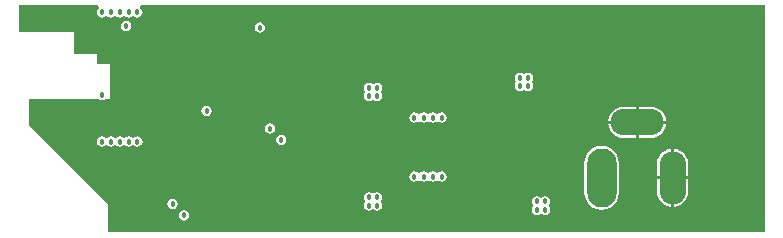
<source format=gbr>
%TF.GenerationSoftware,Altium Limited,Altium Designer,18.1.11 (251)*%
G04 Layer_Physical_Order=4*
G04 Layer_Color=16711680*
%FSLAX26Y26*%
%MOIN*%
%TF.FileFunction,Copper,L4,Bot,Signal*%
%TF.Part,Single*%
G01*
G75*
%TA.AperFunction,ComponentPad*%
%ADD42O,0.177165X0.088583*%
%ADD43O,0.088583X0.177165*%
%ADD44O,0.098425X0.196850*%
%TA.AperFunction,ViaPad*%
%ADD45C,0.018000*%
G36*
X2740612Y15293D02*
X549742D01*
Y106299D01*
X548578Y112152D01*
X545263Y117114D01*
X289370Y373006D01*
X289370Y460630D01*
X521817Y460630D01*
X526162Y457727D01*
X532795Y456407D01*
X539428Y457727D01*
X543773Y460630D01*
X557559D01*
X557559Y575787D01*
X513779Y575787D01*
Y610264D01*
X438976D01*
X438976Y683071D01*
X253482D01*
Y772108D01*
X518931D01*
X521964Y762108D01*
X519240Y760288D01*
X515482Y754665D01*
X514163Y748032D01*
X515482Y741398D01*
X519240Y735775D01*
X524863Y732018D01*
X531496Y730698D01*
X538129Y732018D01*
X538905Y732536D01*
X546260Y734952D01*
X553615Y732536D01*
X554391Y732018D01*
X561024Y730698D01*
X567657Y732018D01*
X568432Y732536D01*
X575788Y734952D01*
X583143Y732536D01*
X583918Y732018D01*
X590551Y730698D01*
X597184Y732018D01*
X597960Y732536D01*
X605315Y734952D01*
X612670Y732536D01*
X613446Y732018D01*
X620079Y730698D01*
X626712Y732018D01*
X627487Y732536D01*
X634843Y734952D01*
X642198Y732536D01*
X642973Y732018D01*
X649606Y730698D01*
X656240Y732018D01*
X661863Y735775D01*
X665620Y741398D01*
X666939Y748032D01*
X665620Y754665D01*
X661863Y760288D01*
X659139Y762108D01*
X662172Y772108D01*
X2740612Y772108D01*
Y15293D01*
D02*
G37*
%LPC*%
G36*
X612205Y720089D02*
X605572Y718770D01*
X599948Y715012D01*
X596191Y709389D01*
X594872Y702756D01*
X596191Y696123D01*
X599948Y690500D01*
X605572Y686742D01*
X612205Y685423D01*
X618838Y686742D01*
X624461Y690500D01*
X628218Y696123D01*
X629538Y702756D01*
X628218Y709389D01*
X624461Y715012D01*
X618838Y718770D01*
X612205Y720089D01*
D02*
G37*
G36*
X1057087Y715168D02*
X1050454Y713848D01*
X1044830Y710091D01*
X1041073Y704468D01*
X1039754Y697835D01*
X1041073Y691202D01*
X1044830Y685578D01*
X1050454Y681821D01*
X1057087Y680502D01*
X1063720Y681821D01*
X1069343Y685578D01*
X1073100Y691202D01*
X1074420Y697835D01*
X1073100Y704468D01*
X1069343Y710091D01*
X1063720Y713848D01*
X1057087Y715168D01*
D02*
G37*
G36*
X1951772Y547845D02*
X1945139Y546525D01*
X1939515Y542768D01*
X1937453D01*
X1931830Y546525D01*
X1925197Y547845D01*
X1918564Y546525D01*
X1912941Y542768D01*
X1909183Y537145D01*
X1907864Y530512D01*
X1909183Y523879D01*
X1912941Y518256D01*
X1908199Y509586D01*
X1906880Y502953D01*
X1908199Y496320D01*
X1911956Y490696D01*
X1917580Y486939D01*
X1924213Y485620D01*
X1930846Y486939D01*
X1936469Y490696D01*
X1939515D01*
X1945139Y486939D01*
X1951772Y485620D01*
X1958405Y486939D01*
X1964028Y490696D01*
X1967785Y496320D01*
X1969105Y502953D01*
X1967785Y509586D01*
X1964028Y515209D01*
Y518256D01*
X1967785Y523879D01*
X1969105Y530512D01*
X1967785Y537145D01*
X1964028Y542768D01*
X1958405Y546525D01*
X1951772Y547845D01*
D02*
G37*
G36*
X1448819Y514380D02*
X1442186Y513061D01*
X1436563Y509304D01*
X1433516D01*
X1427893Y513061D01*
X1421260Y514380D01*
X1414627Y513061D01*
X1409004Y509304D01*
X1405246Y503680D01*
X1403927Y497047D01*
X1405246Y490414D01*
X1409004Y484791D01*
X1409009Y484788D01*
Y481744D01*
X1405251Y476121D01*
X1403932Y469488D01*
X1405251Y462855D01*
X1409009Y457232D01*
X1414632Y453475D01*
X1421265Y452155D01*
X1427898Y453475D01*
X1433521Y457232D01*
X1436563D01*
X1442186Y453475D01*
X1448819Y452155D01*
X1455452Y453475D01*
X1461075Y457232D01*
X1464832Y462855D01*
X1466152Y469488D01*
X1464832Y476121D01*
X1461075Y481744D01*
Y484791D01*
X1464833Y490414D01*
X1466152Y497047D01*
X1464833Y503680D01*
X1461075Y509304D01*
X1455452Y513061D01*
X1448819Y514380D01*
D02*
G37*
G36*
X1663386Y414971D02*
X1656753Y413651D01*
X1655524Y412830D01*
X1648294Y410721D01*
X1641064Y412830D01*
X1639835Y413651D01*
X1633202Y414971D01*
X1626569Y413651D01*
X1625340Y412830D01*
X1618110Y410721D01*
X1610880Y412830D01*
X1609651Y413651D01*
X1603018Y414971D01*
X1596385Y413651D01*
X1595156Y412830D01*
X1587926Y410721D01*
X1580697Y412830D01*
X1579468Y413651D01*
X1572835Y414971D01*
X1566201Y413651D01*
X1560578Y409894D01*
X1556821Y404271D01*
X1555502Y397638D01*
X1556821Y391005D01*
X1560578Y385382D01*
X1566201Y381624D01*
X1572835Y380305D01*
X1579468Y381624D01*
X1580697Y382445D01*
X1587927Y384554D01*
X1595156Y382445D01*
X1596385Y381624D01*
X1603018Y380305D01*
X1609651Y381624D01*
X1610880Y382445D01*
X1618110Y384554D01*
X1625340Y382445D01*
X1626569Y381624D01*
X1633202Y380305D01*
X1639835Y381624D01*
X1641064Y382445D01*
X1648294Y384554D01*
X1655524Y382445D01*
X1656753Y381624D01*
X1663386Y380305D01*
X1670019Y381624D01*
X1675642Y385382D01*
X1679399Y391005D01*
X1680719Y397638D01*
X1679399Y404271D01*
X1675642Y409894D01*
X1670019Y413651D01*
X1663386Y414971D01*
D02*
G37*
G36*
X879921Y436625D02*
X873288Y435305D01*
X867665Y431548D01*
X863908Y425925D01*
X862588Y419291D01*
X863908Y412658D01*
X867665Y407035D01*
X873288Y403278D01*
X879921Y401959D01*
X886554Y403278D01*
X892178Y407035D01*
X895935Y412658D01*
X897254Y419291D01*
X895935Y425925D01*
X892178Y431548D01*
X886554Y435305D01*
X879921Y436625D01*
D02*
G37*
G36*
X2359252Y434632D02*
X2319960D01*
Y386890D01*
X2411336D01*
X2410197Y395541D01*
X2404928Y408261D01*
X2396547Y419185D01*
X2385623Y427566D01*
X2372903Y432835D01*
X2359252Y434632D01*
D02*
G37*
G36*
X2309960D02*
X2270669D01*
X2257018Y432835D01*
X2244298Y427566D01*
X2233375Y419185D01*
X2224993Y408261D01*
X2219724Y395541D01*
X2218585Y386890D01*
X2309960D01*
Y434632D01*
D02*
G37*
G36*
X1091535Y378554D02*
X1084902Y377234D01*
X1079279Y373477D01*
X1075522Y367854D01*
X1074203Y361221D01*
X1075522Y354587D01*
X1079279Y348964D01*
X1084902Y345207D01*
X1091535Y343888D01*
X1098169Y345207D01*
X1103792Y348964D01*
X1107549Y354587D01*
X1108869Y361221D01*
X1107549Y367854D01*
X1103792Y373477D01*
X1098169Y377234D01*
X1091535Y378554D01*
D02*
G37*
G36*
X649606Y335247D02*
X642973Y333927D01*
X642198Y333409D01*
X634843Y330993D01*
X627487Y333409D01*
X626712Y333927D01*
X620079Y335247D01*
X613446Y333927D01*
X612670Y333409D01*
X605315Y330993D01*
X597960Y333409D01*
X597184Y333927D01*
X590551Y335247D01*
X583918Y333927D01*
X583143Y333409D01*
X575788Y330993D01*
X568432Y333409D01*
X567657Y333927D01*
X561024Y335247D01*
X554391Y333927D01*
X553615Y333409D01*
X546260Y330993D01*
X538905Y333409D01*
X538129Y333927D01*
X531496Y335247D01*
X524863Y333927D01*
X519240Y330170D01*
X515482Y324547D01*
X514163Y317913D01*
X515482Y311280D01*
X519240Y305657D01*
X524863Y301900D01*
X531496Y300580D01*
X538129Y301900D01*
X538905Y302418D01*
X546260Y304834D01*
X553615Y302418D01*
X554391Y301900D01*
X561024Y300580D01*
X567657Y301900D01*
X568432Y302418D01*
X575788Y304834D01*
X583143Y302418D01*
X583918Y301900D01*
X590551Y300580D01*
X597184Y301900D01*
X597960Y302418D01*
X605315Y304834D01*
X612670Y302418D01*
X613446Y301900D01*
X620079Y300580D01*
X626712Y301900D01*
X627487Y302418D01*
X634843Y304834D01*
X642198Y302418D01*
X642973Y301900D01*
X649606Y300580D01*
X656240Y301900D01*
X661863Y305657D01*
X665620Y311280D01*
X666939Y317913D01*
X665620Y324547D01*
X661863Y330170D01*
X656240Y333927D01*
X649606Y335247D01*
D02*
G37*
G36*
X2411336Y376890D02*
X2319960D01*
Y329147D01*
X2359252D01*
X2372903Y330945D01*
X2385623Y336214D01*
X2396547Y344595D01*
X2404928Y355519D01*
X2410197Y368239D01*
X2411336Y376890D01*
D02*
G37*
G36*
X2309960D02*
X2218585D01*
X2219724Y368239D01*
X2224993Y355519D01*
X2233375Y344595D01*
X2244298Y336214D01*
X2257018Y330945D01*
X2270669Y329147D01*
X2309960D01*
Y376890D01*
D02*
G37*
G36*
X1128937Y341152D02*
X1122304Y339833D01*
X1116681Y336075D01*
X1112923Y330452D01*
X1111604Y323819D01*
X1112923Y317186D01*
X1116681Y311563D01*
X1122304Y307805D01*
X1128937Y306486D01*
X1135570Y307805D01*
X1141193Y311563D01*
X1144951Y317186D01*
X1146270Y323819D01*
X1144951Y330452D01*
X1141193Y336075D01*
X1135570Y339833D01*
X1128937Y341152D01*
D02*
G37*
G36*
X1663386Y218120D02*
X1656753Y216801D01*
X1655524Y215980D01*
X1648294Y213871D01*
X1641064Y215980D01*
X1639835Y216801D01*
X1633202Y218120D01*
X1626569Y216801D01*
X1625340Y215980D01*
X1618110Y213871D01*
X1610880Y215980D01*
X1609651Y216801D01*
X1603018Y218120D01*
X1596385Y216801D01*
X1595156Y215980D01*
X1587926Y213871D01*
X1580697Y215980D01*
X1579468Y216801D01*
X1572835Y218120D01*
X1566201Y216801D01*
X1560578Y213044D01*
X1556821Y207421D01*
X1555502Y200787D01*
X1556821Y194154D01*
X1560578Y188531D01*
X1566201Y184774D01*
X1572835Y183454D01*
X1579468Y184774D01*
X1580697Y185595D01*
X1587927Y187704D01*
X1595156Y185595D01*
X1596385Y184774D01*
X1603018Y183454D01*
X1609651Y184774D01*
X1610880Y185595D01*
X1618110Y187704D01*
X1625340Y185595D01*
X1626569Y184774D01*
X1633202Y183454D01*
X1639835Y184774D01*
X1641064Y185595D01*
X1648294Y187704D01*
X1655524Y185595D01*
X1656753Y184774D01*
X1663386Y183454D01*
X1670019Y184774D01*
X1675642Y188531D01*
X1679399Y194154D01*
X1680719Y200787D01*
X1679399Y207421D01*
X1675642Y213044D01*
X1670019Y216801D01*
X1663386Y218120D01*
D02*
G37*
G36*
X2438071Y293226D02*
Y201851D01*
X2485813D01*
Y241142D01*
X2484016Y254793D01*
X2478747Y267513D01*
X2470365Y278437D01*
X2459442Y286818D01*
X2446722Y292087D01*
X2438071Y293226D01*
D02*
G37*
G36*
X2428071D02*
X2419420Y292087D01*
X2406700Y286818D01*
X2395776Y278437D01*
X2387395Y267513D01*
X2382126Y254793D01*
X2380328Y241142D01*
Y201851D01*
X2428071D01*
Y293226D01*
D02*
G37*
G36*
X1448819Y149223D02*
X1442186Y147903D01*
X1435042Y144806D01*
X1427898Y147903D01*
X1421264Y149223D01*
X1414631Y147903D01*
X1409008Y144146D01*
X1405251Y138523D01*
X1403931Y131890D01*
X1405251Y125257D01*
X1409008Y119634D01*
Y116587D01*
X1405251Y110964D01*
X1403931Y104331D01*
X1405251Y97698D01*
X1409008Y92074D01*
X1414631Y88317D01*
X1421264Y86998D01*
X1427898Y88317D01*
X1435042Y91415D01*
X1442186Y88317D01*
X1448819Y86998D01*
X1455452Y88317D01*
X1461075Y92074D01*
X1464832Y97698D01*
X1466152Y104331D01*
X1464832Y110964D01*
X1461075Y116587D01*
Y119634D01*
X1464832Y125257D01*
X1466152Y131890D01*
X1464832Y138523D01*
X1461075Y144146D01*
X1455452Y147903D01*
X1448819Y149223D01*
D02*
G37*
G36*
X2008858Y135439D02*
X2002225Y134119D01*
X1995079Y131022D01*
X1987932Y134119D01*
X1981299Y135439D01*
X1974666Y134119D01*
X1969043Y130362D01*
X1965286Y124739D01*
X1963966Y118106D01*
X1965286Y111472D01*
X1969043Y105849D01*
Y102803D01*
X1965286Y97180D01*
X1963966Y90546D01*
X1965286Y83913D01*
X1969043Y78290D01*
X1974666Y74533D01*
X1981299Y73213D01*
X1987932Y74533D01*
X1996602Y78295D01*
X2002225Y74538D01*
X2008858Y73218D01*
X2015491Y74538D01*
X2021115Y78295D01*
X2024872Y83918D01*
X2026191Y90551D01*
X2024872Y97184D01*
X2021115Y102807D01*
X2024872Y111472D01*
X2026191Y118106D01*
X2024872Y124739D01*
X2021115Y130362D01*
X2015491Y134119D01*
X2008858Y135439D01*
D02*
G37*
G36*
X2485813Y191851D02*
X2438071D01*
Y100475D01*
X2446722Y101614D01*
X2459442Y106883D01*
X2470365Y115264D01*
X2478747Y126188D01*
X2484016Y138908D01*
X2485813Y152559D01*
Y191851D01*
D02*
G37*
G36*
X2428071D02*
X2380328D01*
Y152559D01*
X2382126Y138908D01*
X2387395Y126188D01*
X2395776Y115264D01*
X2406700Y106883D01*
X2419420Y101614D01*
X2428071Y100475D01*
Y191851D01*
D02*
G37*
G36*
X766732Y126585D02*
X760099Y125266D01*
X754476Y121508D01*
X750719Y115885D01*
X749399Y109252D01*
X750719Y102619D01*
X754476Y96996D01*
X760099Y93239D01*
X766732Y91919D01*
X773365Y93239D01*
X778989Y96996D01*
X782746Y102619D01*
X784065Y109252D01*
X782746Y115885D01*
X778989Y121508D01*
X773365Y125266D01*
X766732Y126585D01*
D02*
G37*
G36*
X2196850Y303769D02*
X2181915Y301803D01*
X2167997Y296038D01*
X2156046Y286868D01*
X2146875Y274916D01*
X2141110Y260999D01*
X2139144Y246063D01*
Y147638D01*
X2141110Y132702D01*
X2146875Y118785D01*
X2156046Y106833D01*
X2167997Y97663D01*
X2181915Y91898D01*
X2196850Y89932D01*
X2211786Y91898D01*
X2225704Y97663D01*
X2237655Y106833D01*
X2246825Y118785D01*
X2252590Y132702D01*
X2254557Y147638D01*
Y246063D01*
X2252590Y260999D01*
X2246825Y274916D01*
X2237655Y286868D01*
X2225704Y296038D01*
X2211786Y301803D01*
X2196850Y303769D01*
D02*
G37*
G36*
X805118Y89183D02*
X798485Y87864D01*
X792862Y84107D01*
X789105Y78484D01*
X787785Y71850D01*
X789105Y65217D01*
X792862Y59594D01*
X798485Y55837D01*
X805118Y54517D01*
X811751Y55837D01*
X817374Y59594D01*
X821132Y65217D01*
X822451Y71850D01*
X821132Y78484D01*
X817374Y84107D01*
X811751Y87864D01*
X805118Y89183D01*
D02*
G37*
%LPD*%
D42*
X2314961Y381890D02*
D03*
D43*
X2433071Y196851D02*
D03*
D44*
X2196850D02*
D03*
D45*
X759843Y27559D02*
D03*
X2630906Y568346D02*
D03*
X1777559Y224409D02*
D03*
X1726378D02*
D03*
X1777559Y377953D02*
D03*
X1726378D02*
D03*
X1448819Y469488D02*
D03*
X1448819Y497047D02*
D03*
X1421265Y469488D02*
D03*
X1421260Y497047D02*
D03*
X1421264Y104331D02*
D03*
X1448819D02*
D03*
X1421264Y131890D02*
D03*
X1448819D02*
D03*
X2008858Y90551D02*
D03*
X1951772Y530512D02*
D03*
X1925197D02*
D03*
X1951772Y502953D02*
D03*
X1924213D02*
D03*
X1663386Y200787D02*
D03*
X1633202D02*
D03*
X1603018D02*
D03*
X1572835D02*
D03*
X1663386Y397638D02*
D03*
X1633202D02*
D03*
X1603018D02*
D03*
X1572835D02*
D03*
X2008858Y118106D02*
D03*
X1981299Y90546D02*
D03*
Y118106D02*
D03*
X728661Y669291D02*
D03*
X450787Y314961D02*
D03*
X531496Y748032D02*
D03*
X411418Y354331D02*
D03*
X372048Y393701D02*
D03*
X332678Y433071D02*
D03*
X372048Y433071D02*
D03*
X411418Y433071D02*
D03*
X313991Y365176D02*
D03*
X411418Y393701D02*
D03*
X450788Y433071D02*
D03*
X2728342Y421259D02*
D03*
Y303149D02*
D03*
Y342519D02*
D03*
Y381889D02*
D03*
Y263779D02*
D03*
Y106299D02*
D03*
Y145669D02*
D03*
Y185039D02*
D03*
Y224409D02*
D03*
Y66929D02*
D03*
X2610232Y27559D02*
D03*
X2649602D02*
D03*
X2688972D02*
D03*
X2728342D02*
D03*
X2570862D02*
D03*
X799213D02*
D03*
X838583D02*
D03*
X877953D02*
D03*
X917323D02*
D03*
X956693D02*
D03*
X996063D02*
D03*
X1192913D02*
D03*
X1153543D02*
D03*
X1114173D02*
D03*
X1074803D02*
D03*
X1035433D02*
D03*
X1389762D02*
D03*
X1429132D02*
D03*
X1350393D02*
D03*
X1311023D02*
D03*
X1271653D02*
D03*
X1232283D02*
D03*
X1704722D02*
D03*
X1744092D02*
D03*
X1783462D02*
D03*
X1822832D02*
D03*
X1862202D02*
D03*
X1665352D02*
D03*
X1625982D02*
D03*
X1586612D02*
D03*
X1547242D02*
D03*
X1507872D02*
D03*
X1468502D02*
D03*
X2137792D02*
D03*
X2177162D02*
D03*
X2216532D02*
D03*
X2255902D02*
D03*
X2295272D02*
D03*
X2098422D02*
D03*
X2059052D02*
D03*
X2019682D02*
D03*
X1980312D02*
D03*
X1940942D02*
D03*
X1901572D02*
D03*
X2334642D02*
D03*
X2374012D02*
D03*
X2531492D02*
D03*
X2492122D02*
D03*
X2452752D02*
D03*
X2413382D02*
D03*
X2364485Y759842D02*
D03*
X2403854D02*
D03*
X2443224D02*
D03*
X2482595D02*
D03*
X2325115D02*
D03*
X2285744D02*
D03*
X1852675D02*
D03*
X1892044D02*
D03*
X1931415D02*
D03*
X1970784D02*
D03*
X2010155D02*
D03*
X2049524D02*
D03*
X2246374D02*
D03*
X2207005D02*
D03*
X2167635D02*
D03*
X2128265D02*
D03*
X2088894D02*
D03*
X1419604D02*
D03*
X1458975D02*
D03*
X1498344D02*
D03*
X1537715D02*
D03*
X1577084D02*
D03*
X1616455D02*
D03*
X1813304D02*
D03*
X1773935D02*
D03*
X1734564D02*
D03*
X1695195D02*
D03*
X1655824D02*
D03*
X1183385D02*
D03*
X1222755D02*
D03*
X1262125D02*
D03*
X1301495D02*
D03*
X1340865D02*
D03*
X1380235D02*
D03*
X986535D02*
D03*
X1025905D02*
D03*
X1065275D02*
D03*
X1104645D02*
D03*
X1144015D02*
D03*
X947165D02*
D03*
X907795D02*
D03*
X868425D02*
D03*
X829055D02*
D03*
X789685D02*
D03*
X450787Y629921D02*
D03*
X722441Y118110D02*
D03*
X649606Y317913D02*
D03*
X531496D02*
D03*
X561024D02*
D03*
X590551D02*
D03*
X620079D02*
D03*
X649606Y748032D02*
D03*
X561024D02*
D03*
X590551D02*
D03*
X620079D02*
D03*
X2730905Y568346D02*
D03*
X2680905D02*
D03*
X2580906D02*
D03*
Y636362D02*
D03*
X2630906D02*
D03*
X2680905D02*
D03*
X2730905D02*
D03*
X886370Y576108D02*
D03*
X946370D02*
D03*
X1006370D02*
D03*
X1066370D02*
D03*
X1126370D02*
D03*
X1186370D02*
D03*
X1246370D02*
D03*
X1306370D02*
D03*
X1366370D02*
D03*
X1426370D02*
D03*
X1486370D02*
D03*
X1546370D02*
D03*
X1606370D02*
D03*
X1666370D02*
D03*
X1726370D02*
D03*
X1786370D02*
D03*
X1846370D02*
D03*
X1906370D02*
D03*
X1966370D02*
D03*
X2026370D02*
D03*
X2086370D02*
D03*
X2146370D02*
D03*
X2206370D02*
D03*
X2266370D02*
D03*
X2326370D02*
D03*
X2386370D02*
D03*
X2446370D02*
D03*
X2506370D02*
D03*
X2483554Y628617D02*
D03*
X2423554D02*
D03*
X2363554D02*
D03*
X2303554D02*
D03*
X2243554D02*
D03*
X2183554D02*
D03*
X2123554D02*
D03*
X2063554D02*
D03*
X2003554D02*
D03*
X1943554D02*
D03*
X1883554D02*
D03*
X1823554D02*
D03*
X1763554D02*
D03*
X1703554D02*
D03*
X1643554D02*
D03*
X1583554D02*
D03*
X1523554D02*
D03*
X1463554D02*
D03*
X1403554D02*
D03*
X1343554D02*
D03*
X1283554D02*
D03*
X1223554D02*
D03*
X1163554D02*
D03*
X1103554D02*
D03*
X1043554D02*
D03*
X983554D02*
D03*
X923554D02*
D03*
X863554D02*
D03*
X1057087Y697835D02*
D03*
X1907480Y301181D02*
D03*
X1461614Y301255D02*
D03*
X1506889Y301181D02*
D03*
X1907480Y261811D02*
D03*
X723425Y393701D02*
D03*
Y354331D02*
D03*
X879921Y419291D02*
D03*
X1141732Y428150D02*
D03*
X710945Y759842D02*
D03*
X750315D02*
D03*
X1091535Y361221D02*
D03*
X1128937Y323819D02*
D03*
X766732Y109252D02*
D03*
X805118Y71850D02*
D03*
X875984D02*
D03*
X912402Y109252D02*
D03*
X342250Y340821D02*
D03*
X370089Y312982D02*
D03*
X397927Y285144D02*
D03*
X425766Y257305D02*
D03*
X453605Y229466D02*
D03*
X481444Y201627D02*
D03*
X509283Y173788D02*
D03*
X537122Y145949D02*
D03*
X1091535Y214567D02*
D03*
X1128937Y252953D02*
D03*
X919291Y462599D02*
D03*
X590551Y531489D02*
D03*
X450787Y354331D02*
D03*
X612205Y702756D02*
D03*
X532795Y473740D02*
D03*
X683071Y118110D02*
D03*
X643701D02*
D03*
X604331D02*
D03*
X450787Y393701D02*
D03*
X564961Y118110D02*
D03*
X450787Y669291D02*
D03*
Y748032D02*
D03*
X723425Y433071D02*
D03*
X450787Y708661D02*
D03*
X728661Y629921D02*
D03*
Y708661D02*
D03*
%TF.MD5,7bf6abfe981aa8d4cd71cca9997d0f5d*%
M02*

</source>
